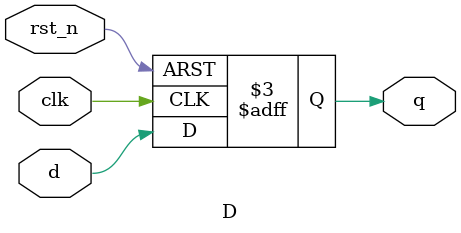
<source format=v>
module D (
  input wire clk,
  input wire rst_n,
  input wire d,
  output reg q
);
  always @(posedge clk or negedge rst_n) begin
    if(!rst_n)
      q <= 0;
    else
      q <= d;
  end
endmodule

</source>
